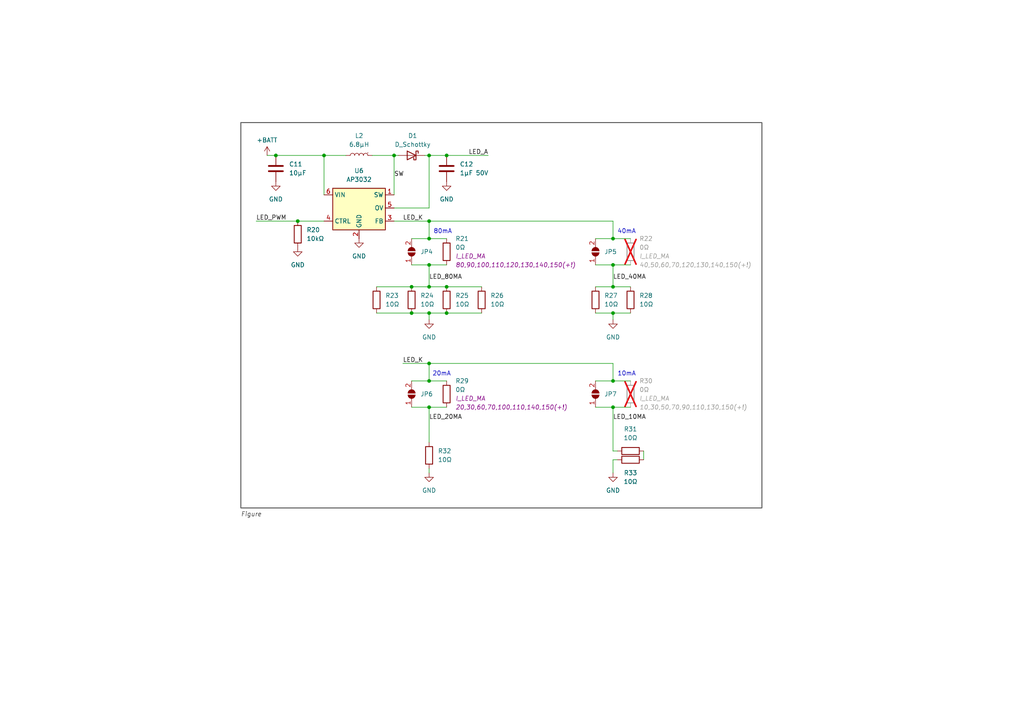
<source format=kicad_sch>
(kicad_sch (version 20231120) (generator "eeschema") (generator_version "8.0")
  (paper "A4")
  (title_block (title "KiVar Demo") (date "2024-07-11") (rev "0.3.0") (company "Author: Mark Hämmerling <dev@markh.de>") (comment 1 "https://github.com/markh-de/KiVar") (comment 4 "Maximum LED Backlight Drive Current Selection"))
  (lib_symbols
    (symbol "Device:C" (pin_numbers hide) (pin_names (offset 0.254))
      (property "Reference" "C" (at 0.635 2.54 0))
      (property "Value" "C" (at 0.635 -2.54 0))
      (symbol "C_0_1"
        (polyline (pts (xy -2.032 -0.762) (xy 2.032 -0.762)) (stroke (width 0.508)))
        (polyline (pts (xy -2.032 0.762) (xy 2.032 0.762)) (stroke (width 0.508)))
      )
      (symbol "C_1_1"
        (pin passive line (at 0 3.81 270) (length 2.794) (name "~") (number "1"))
        (pin passive line (at 0 -3.81 90) (length 2.794) (name "~") (number "2"))
      )
    )
    (symbol "Device:D_Schottky" (pin_numbers hide) (pin_names (offset 1.016) hide)
      (property "Reference" "D" (at 0 2.54 0))
      (property "Value" "D_Schottky" (at 0 -2.54 0))
      (symbol "D_Schottky_0_1"
        (polyline (pts (xy 1.27 0) (xy -1.27 0)))
        (polyline (pts (xy 1.27 1.27) (xy 1.27 -1.27) (xy -1.27 0) (xy 1.27 1.27)) (stroke (width 0.254)))
        (polyline (pts (xy -1.905 0.635) (xy -1.905 1.27) (xy -1.27 1.27) (xy -1.27 -1.27) (xy -0.635 -1.27) (xy -0.635 -0.635)) (stroke (width 0.254)))
      )
      (symbol "D_Schottky_1_1"
        (pin passive line (at -3.81 0 0) (length 2.54) (name "K") (number "1"))
        (pin passive line (at 3.81 0 180) (length 2.54) (name "A") (number "2"))
      )
    )
    (symbol "Device:R" (pin_numbers hide) (pin_names (offset 0))
      (property "Reference" "R" (at 2.032 0 90))
      (property "Value" "R" (at 0 0 90))
      (symbol "R_0_1"
        (rectangle (start -1.016 -2.54) (end 1.016 2.54) (stroke (width 0.254)))
      )
      (symbol "R_1_1"
        (pin passive line (at 0 3.81 270) (length 1.27) (name "~") (number "1"))
        (pin passive line (at 0 -3.81 90) (length 1.27) (name "~") (number "2"))
      )
    )
    (symbol "Jumper:SolderJumper_2_Open" (pin_names (offset 0) hide)
      (property "Reference" "JP" (at 0 2.032 0))
      (property "Value" "SolderJumper_2_Open" (at 0 -2.54 0))
      (symbol "SolderJumper_2_Open_0_1"
        (arc (start -0.254 1.016) (mid -1.2656 0) (end -0.254 -1.016))
        (arc (start -0.254 1.016) (mid -1.2656 0) (end -0.254 -1.016) (fill (type outline)))
        (polyline (pts (xy -0.254 1.016) (xy -0.254 -1.016)))
        (polyline (pts (xy 0.254 1.016) (xy 0.254 -1.016)))
        (arc (start 0.254 -1.016) (mid 1.2656 0) (end 0.254 1.016))
        (arc (start 0.254 -1.016) (mid 1.2656 0) (end 0.254 1.016) (fill (type outline)))
      )
      (symbol "SolderJumper_2_Open_1_1"
        (pin passive line (at -3.81 0 0) (length 2.54) (name "A") (number "1"))
        (pin passive line (at 3.81 0 180) (length 2.54) (name "B") (number "2"))
      )
    )
    (symbol "markh-de:AP3032"
      (property "Reference" "U" (at -7.62 6.985 0))
      (property "Value" "AP3032" (at 0 6.985 0))
      (symbol "AP3032_0_0"
        (pin input line (at 10.16 0 180) (length 2.54) (name "OV") (number "5"))
      )
      (symbol "AP3032_0_1"
        (rectangle (start -7.62 5.715) (end 7.62 -6.35) (stroke (width 0.254)) (fill (type background)))
      )
      (symbol "AP3032_1_1"
        (pin passive line (at 10.16 3.81 180) (length 2.54) (name "SW") (number "1"))
        (pin power_in line (at 0 -8.89 90) (length 2.54) (name "GND") (number "2"))
        (pin input line (at 10.16 -3.81 180) (length 2.54) (name "FB") (number "3"))
        (pin input line (at -10.16 -3.81 0) (length 2.54) (name "CTRL") (number "4"))
        (pin power_in line (at -10.16 3.81 0) (length 2.54) (name "VIN") (number "6"))
      )
    )
    (symbol "markh-de:L_with_SOW" (pin_numbers hide) (pin_names (offset 1.016) hide)
      (property "Reference" "L" (at -1.27 0 90))
      (property "Value" "L_with_SOW" (at 1.905 0 90))
      (symbol "L_with_SOW_0_1"
        (arc (start 0 -2.54) (mid 0.6323 -1.905) (end 0 -1.27))
        (arc (start 0 -1.27) (mid 0.6323 -0.635) (end 0 0))
        (arc (start 0 0) (mid 0.6323 0.635) (end 0 1.27))
        (arc (start 0 1.27) (mid 0.6323 1.905) (end 0 2.54))
        (circle (center 0.762 2.54) (radius 0.0508) (fill (type outline)))
      )
      (symbol "L_with_SOW_1_1"
        (pin passive line (at 0 3.81 270) (length 1.27) (name "1") (number "1"))
        (pin passive line (at 0 -3.81 90) (length 1.27) (name "2") (number "2"))
      )
    )
    (symbol "power:+BATT" (power) (pin_names (offset 0))
      (property "Value" "+BATT" (at 0 3.556 0))
      (symbol "+BATT_0_1"
        (polyline (pts (xy -0.762 1.27) (xy 0 2.54)))
        (polyline (pts (xy 0 0) (xy 0 2.54)))
        (polyline (pts (xy 0 2.54) (xy 0.762 1.27)))
      )
      (symbol "+BATT_1_1"
        (pin power_in line (at 0 0 90) (length 0) hide (name "+BATT") (number "1"))
      )
    )
    (symbol "power:GND" (power) (pin_names (offset 0))
      (property "Value" "GND" (at 0 -3.81 0))
      (symbol "GND_0_1"
        (polyline (pts (xy 0 0) (xy 0 -1.27) (xy 1.27 -1.27) (xy 0 -2.54) (xy -1.27 -1.27) (xy 0 -1.27)))
      )
      (symbol "GND_1_1"
        (pin power_in line (at 0 0 270) (length 0) hide (name "GND") (number "1"))
      )
    )
  )
  (junction (at 124.46 90.805))
  (junction (at 93.98 45.085))
  (junction (at 124.46 118.11))
  (junction (at 86.36 64.135))
  (junction (at 119.38 90.805))
  (junction (at 124.46 76.835))
  (junction (at 124.46 83.185))
  (junction (at 177.8 118.11))
  (junction (at 124.46 45.085))
  (junction (at 114.3 45.085))
  (junction (at 129.54 45.085))
  (junction (at 124.46 69.215))
  (junction (at 177.8 90.805))
  (junction (at 119.38 83.185))
  (junction (at 129.54 90.805))
  (junction (at 129.54 83.185))
  (junction (at 124.46 64.135))
  (junction (at 177.8 83.185))
  (junction (at 124.46 110.49))
  (junction (at 80.01 45.085))
  (junction (at 124.46 105.41))
  (junction (at 177.8 69.215))
  (junction (at 177.8 110.49))
  (junction (at 177.8 76.835))
  (wire (pts (xy 124.46 105.41) (xy 124.46 110.49)))
  (wire (pts (xy 177.8 69.215) (xy 182.88 69.215)))
  (wire (pts (xy 107.95 45.085) (xy 114.3 45.085)))
  (wire (pts (xy 172.72 90.805) (xy 177.8 90.805)))
  (wire (pts (xy 124.46 118.11) (xy 129.54 118.11)))
  (wire (pts (xy 93.98 45.085) (xy 100.33 45.085)))
  (wire (pts (xy 124.46 64.135) (xy 177.8 64.135)))
  (wire (pts (xy 86.36 64.135) (xy 93.98 64.135)))
  (wire (pts (xy 172.72 76.835) (xy 177.8 76.835)))
  (wire (pts (xy 119.38 83.185) (xy 124.46 83.185)))
  (wire (pts (xy 177.8 110.49) (xy 182.88 110.49)))
  (wire (pts (xy 123.19 45.085) (xy 124.46 45.085)))
  (wire (pts (xy 124.46 110.49) (xy 129.54 110.49)))
  (wire (pts (xy 109.22 90.805) (xy 119.38 90.805)))
  (wire (pts (xy 172.72 110.49) (xy 177.8 110.49)))
  (wire (pts (xy 177.8 130.81) (xy 179.07 130.81)))
  (wire (pts (xy 77.47 45.085) (xy 80.01 45.085)))
  (wire (pts (xy 186.69 130.81) (xy 186.69 133.35)))
  (wire (pts (xy 129.54 45.085) (xy 141.605 45.085)))
  (wire (pts (xy 124.46 90.805) (xy 129.54 90.805)))
  (wire (pts (xy 124.46 105.41) (xy 177.8 105.41)))
  (wire (pts (xy 114.3 64.135) (xy 124.46 64.135)))
  (wire (pts (xy 116.84 105.41) (xy 124.46 105.41)))
  (wire (pts (xy 80.01 45.085) (xy 93.98 45.085)))
  (wire (pts (xy 177.8 64.135) (xy 177.8 69.215)))
  (wire (pts (xy 124.46 76.835) (xy 129.54 76.835)))
  (wire (pts (xy 119.38 69.215) (xy 124.46 69.215)))
  (wire (pts (xy 124.46 60.325) (xy 124.46 45.085)))
  (wire (pts (xy 124.46 45.085) (xy 129.54 45.085)))
  (wire (pts (xy 172.72 118.11) (xy 177.8 118.11)))
  (wire (pts (xy 177.8 118.11) (xy 182.88 118.11)))
  (wire (pts (xy 172.72 69.215) (xy 177.8 69.215)))
  (wire (pts (xy 177.8 76.835) (xy 182.88 76.835)))
  (wire (pts (xy 124.46 90.805) (xy 124.46 92.71)))
  (wire (pts (xy 124.46 64.135) (xy 124.46 69.215)))
  (wire (pts (xy 119.38 90.805) (xy 124.46 90.805)))
  (wire (pts (xy 124.46 69.215) (xy 129.54 69.215)))
  (wire (pts (xy 74.295 64.135) (xy 86.36 64.135)))
  (wire (pts (xy 177.8 133.35) (xy 177.8 137.16)))
  (wire (pts (xy 114.3 60.325) (xy 124.46 60.325)))
  (wire (pts (xy 114.3 45.085) (xy 115.57 45.085)))
  (wire (pts (xy 172.72 83.185) (xy 177.8 83.185)))
  (wire (pts (xy 119.38 110.49) (xy 124.46 110.49)))
  (wire (pts (xy 177.8 83.185) (xy 182.88 83.185)))
  (wire (pts (xy 177.8 76.835) (xy 177.8 83.185)))
  (wire (pts (xy 119.38 118.11) (xy 124.46 118.11)))
  (wire (pts (xy 124.46 118.11) (xy 124.46 128.27)))
  (wire (pts (xy 124.46 83.185) (xy 129.54 83.185)))
  (wire (pts (xy 179.07 133.35) (xy 177.8 133.35)))
  (wire (pts (xy 177.8 105.41) (xy 177.8 110.49)))
  (wire (pts (xy 93.98 45.085) (xy 93.98 56.515)))
  (wire (pts (xy 109.22 83.185) (xy 119.38 83.185)))
  (wire (pts (xy 177.8 90.805) (xy 177.8 92.71)))
  (wire (pts (xy 124.46 76.835) (xy 124.46 83.185)))
  (wire (pts (xy 124.46 135.89) (xy 124.46 137.16)))
  (wire (pts (xy 129.54 83.185) (xy 139.7 83.185)))
  (wire (pts (xy 129.54 90.805) (xy 139.7 90.805)))
  (wire (pts (xy 119.38 76.835) (xy 124.46 76.835)))
  (wire (pts (xy 114.3 45.085) (xy 114.3 56.515)))
  (wire (pts (xy 177.8 90.805) (xy 182.88 90.805)))
  (wire (pts (xy 177.8 118.11) (xy 177.8 130.81)))
  (rectangle (start 69.85 35.56) (end 220.98 147.32) (stroke (width 0.254) (color 72 72 72 1)))
  (text "Figure" (at 69.85 148.59 0) (effects (font (size 1.27 1.27) (italic yes)) (justify left top)))
  (text "20mA" (at 130.81 109.22 0) (effects (font (size 1.27 1.27)) (justify right bottom)))
  (text "40mA" (at 179.07 67.945 0) (effects (font (size 1.27 1.27)) (justify left bottom)))
  (text "10mA" (at 179.07 109.22 0) (effects (font (size 1.27 1.27)) (justify left bottom)))
  (text "80mA" (at 125.73 67.945 0) (effects (font (size 1.27 1.27)) (justify left bottom)))
  (label "SW" (at 114.3 51.435 0))
  (label "LED_80MA" (at 124.46 81.28 0))
  (label "LED_PWM" (at 74.295 64.135 0))
  (label "LED_10MA" (at 177.8 121.92 0))
  (label "LED_40MA" (at 177.8 81.28 0))
  (label "LED_K" (at 116.84 64.135 0))
  (label "LED_A" (at 141.605 45.085 180))
  (label "LED_K" (at 116.84 105.41 0))
  (label "LED_20MA" (at 124.46 121.92 0))
  (symbol (lib_id "power:+BATT") (at 77.47 45.085 0) (unit 1)
    (property "Reference" "#PWR014" (effects (hide yes)))
    (property "Value" "+BATT" (at 77.47 40.64 0))
    (property "Description" "Power symbol creates a global label with name \"+BATT\"" (effects (hide yes)))
  )
  (symbol (lib_id "Device:D_Schottky") (at 119.38 45.085 0) (mirror y) (unit 1)
    (property "Reference" "D1" (at 119.6975 39.37 0))
    (property "Value" "D_Schottky" (at 119.6975 41.91 0))
    (property "Footprint" "Diode_SMD:D_0603_1608Metric" (effects (hide yes)))
  )
  (symbol (lib_id "Device:R") (at 129.54 114.3 0) (mirror x) (unit 1)
    (property "Reference" "R29" (at 132.08 110.4899 0) (effects (justify left)))
    (property "Value" "0Ω" (at 132.08 113.0299 0) (effects (justify left)))
    (property "Footprint" "Resistor_SMD:R_0402_1005Metric" (effects (hide yes)))
    (property "Var.Aspect" "I_LED_MA" (at 132.08 115.5699 0) (effects (font (italic yes)) (justify left)))
    (property "Var" "20,30,60,70,100,110,140,150(+!)" (at 132.08 118.1099 0) (effects (font (italic yes)) (justify left)))
  )
  (symbol (lib_id "Device:R") (at 109.22 86.995 0) (unit 1)
    (property "Reference" "R23" (at 111.76 85.7249 0) (effects (justify left)))
    (property "Value" "10Ω" (at 111.76 88.2649 0) (effects (justify left)))
    (property "Footprint" "Resistor_SMD:R_0402_1005Metric" (effects (hide yes)))
  )
  (symbol (lib_id "Device:R") (at 182.88 130.81 90) (unit 1)
    (property "Reference" "R31" (at 182.88 124.46 90))
    (property "Value" "10Ω" (at 182.88 127 90))
    (property "Footprint" "Resistor_SMD:R_0402_1005Metric" (effects (hide yes)))
  )
  (symbol (lib_id "Jumper:SolderJumper_2_Open") (at 119.38 73.025 90) (unit 1) (in_bom no)
    (property "Reference" "JP4" (at 121.92 73.0249 90) (effects (justify right)))
    (property "Value" "BT_CFG1_6" (effects (hide yes)))
    (property "Footprint" "Jumper:SolderJumper-2_P1.3mm_Open_RoundedPad1.0x1.5mm" (effects (hide yes)))
  )
  (symbol (lib_id "power:GND") (at 129.54 52.705 0) (unit 1)
    (property "Reference" "#PWR035" (effects (hide yes)))
    (property "Value" "GND" (at 129.54 57.785 0))
  )
  (symbol (lib_id "power:GND") (at 80.01 52.705 0) (unit 1)
    (property "Reference" "#PWR034" (effects (hide yes)))
    (property "Value" "GND" (at 80.01 57.785 0))
  )
  (symbol (lib_id "power:GND") (at 124.46 92.71 0) (unit 1)
    (property "Reference" "#PWR038" (effects (hide yes)))
    (property "Value" "GND" (at 124.46 97.79 0))
  )
  (symbol (lib_id "Device:R") (at 129.54 86.995 0) (unit 1)
    (property "Reference" "R25" (at 132.08 85.7249 0) (effects (justify left)))
    (property "Value" "10Ω" (at 132.08 88.2649 0) (effects (justify left)))
    (property "Footprint" "Resistor_SMD:R_0402_1005Metric" (effects (hide yes)))
  )
  (symbol (lib_id "Jumper:SolderJumper_2_Open") (at 119.38 114.3 90) (unit 1) (in_bom no)
    (property "Reference" "JP6" (at 121.92 114.2999 90) (effects (justify right)))
    (property "Value" "BT_CFG1_6" (effects (hide yes)))
    (property "Footprint" "Jumper:SolderJumper-2_P1.3mm_Open_RoundedPad1.0x1.5mm" (effects (hide yes)))
  )
  (symbol (lib_id "markh-de:AP3032") (at 104.14 60.325 0) (unit 1)
    (property "Reference" "U6" (at 104.14 49.53 0))
    (property "Value" "AP3032" (at 104.14 52.07 0))
    (property "Footprint" "Package_TO_SOT_SMD:SOT-23-6" (effects (hide yes)))
    (property "Datasheet" "${KIPRJMOD}/../doc/datasheet/diodes/AP3032.pdf" (effects (hide yes)))
  )
  (symbol (lib_id "Device:C") (at 129.54 48.895 0) (unit 1)
    (property "Reference" "C12" (at 133.35 47.6249 0) (effects (justify left)))
    (property "Value" "1µF 50V" (at 133.35 50.1649 0) (effects (justify left)))
    (property "Footprint" "Capacitor_SMD:C_1206_3216Metric" (effects (hide yes)))
  )
  (symbol (lib_id "power:GND") (at 86.36 71.755 0) (unit 1)
    (property "Reference" "#PWR037" (effects (hide yes)))
    (property "Value" "GND" (at 86.36 76.835 0))
  )
  (symbol (lib_id "Device:R") (at 129.54 73.025 0) (mirror x) (unit 1)
    (property "Reference" "R21" (at 132.08 69.2149 0) (effects (justify left)))
    (property "Value" "0Ω" (at 132.08 71.7549 0) (effects (justify left)))
    (property "Footprint" "Resistor_SMD:R_0402_1005Metric" (effects (hide yes)))
    (property "Var.Aspect" "I_LED_MA" (at 132.08 74.2949 0) (effects (font (italic yes)) (justify left)))
    (property "Var" "80,90,100,110,120,130,140,150(+!)" (at 132.08 76.8349 0) (effects (font (italic yes)) (justify left)))
    (property "VarID" "A" (effects (hide yes)))
    (property "VarID.Var" "10(1) 20(2) 30(3) 40(4) 50(5) 60(6) 70(7) 80(8) 90(9) 100(A) 110(B) 120(C) 130(D) 140(E) 150(F) JP(0)" (effects (hide yes)))
  )
  (symbol (lib_id "markh-de:L_with_SOW") (at 104.14 45.085 270) (mirror x) (unit 1)
    (property "Reference" "L2" (at 104.1654 39.37 90))
    (property "Value" "6.8µH" (at 104.1654 41.91 90))
    (property "Footprint" "Inductor_SMD:L_Wuerth_MAPI-3020" (effects (hide yes)))
  )
  (symbol (lib_id "Device:R") (at 124.46 132.08 0) (unit 1)
    (property "Reference" "R32" (at 127 130.8099 0) (effects (justify left)))
    (property "Value" "10Ω" (at 127 133.3499 0) (effects (justify left)))
    (property "Footprint" "Resistor_SMD:R_0402_1005Metric" (effects (hide yes)))
  )
  (symbol (lib_id "Device:R") (at 182.88 133.35 90) (unit 1)
    (property "Reference" "R33" (at 182.88 137.16 90))
    (property "Value" "10Ω" (at 182.88 139.7 90))
    (property "Footprint" "Resistor_SMD:R_0402_1005Metric" (effects (hide yes)))
  )
  (symbol (lib_id "power:GND") (at 177.8 92.71 0) (unit 1)
    (property "Reference" "#PWR039" (effects (hide yes)))
    (property "Value" "GND" (at 177.8 97.79 0))
  )
  (symbol (lib_id "Jumper:SolderJumper_2_Open") (at 172.72 73.025 90) (unit 1) (in_bom no)
    (property "Reference" "JP5" (at 175.26 73.0249 90) (effects (justify right)))
    (property "Value" "BT_CFG1_6" (effects (hide yes)))
    (property "Footprint" "Jumper:SolderJumper-2_P1.3mm_Open_RoundedPad1.0x1.5mm" (effects (hide yes)))
  )
  (symbol (lib_id "Device:R") (at 182.88 86.995 0) (unit 1)
    (property "Reference" "R28" (at 185.42 85.7249 0) (effects (justify left)))
    (property "Value" "10Ω" (at 185.42 88.2649 0) (effects (justify left)))
    (property "Footprint" "Resistor_SMD:R_0402_1005Metric" (effects (hide yes)))
  )
  (symbol (lib_id "Jumper:SolderJumper_2_Open") (at 172.72 114.3 90) (unit 1) (in_bom no)
    (property "Reference" "JP7" (at 175.26 114.2999 90) (effects (justify right)))
    (property "Value" "BT_CFG1_6" (effects (hide yes)))
    (property "Footprint" "Jumper:SolderJumper-2_P1.3mm_Open_RoundedPad1.0x1.5mm" (effects (hide yes)))
  )
  (symbol (lib_id "power:GND") (at 104.14 69.215 0) (unit 1)
    (property "Reference" "#PWR036" (effects (hide yes)))
    (property "Value" "GND" (at 104.14 74.295 0))
  )
  (symbol (lib_id "Device:R") (at 139.7 86.995 0) (unit 1)
    (property "Reference" "R26" (at 142.24 85.7249 0) (effects (justify left)))
    (property "Value" "10Ω" (at 142.24 88.2649 0) (effects (justify left)))
    (property "Footprint" "Resistor_SMD:R_0402_1005Metric" (effects (hide yes)))
  )
  (symbol (lib_id "Device:R") (at 119.38 86.995 0) (unit 1)
    (property "Reference" "R24" (at 121.92 85.7249 0) (effects (justify left)))
    (property "Value" "10Ω" (at 121.92 88.2649 0) (effects (justify left)))
    (property "Footprint" "Resistor_SMD:R_0402_1005Metric" (effects (hide yes)))
  )
  (symbol (lib_id "Device:R") (at 182.88 73.025 0) (mirror x) (unit 1) (in_bom no) (dnp yes)
    (property "Reference" "R22" (at 185.42 69.2149 0) (effects (justify left)))
    (property "Value" "0Ω" (at 185.42 71.7549 0) (effects (justify left)))
    (property "Footprint" "Resistor_SMD:R_0402_1005Metric" (effects (hide yes)))
    (property "Var.Aspect" "I_LED_MA" (at 185.42 74.2949 0) (effects (font (italic yes)) (justify left)))
    (property "Var" "40,50,60,70,120,130,140,150(+!)" (at 185.42 76.8349 0) (effects (font (italic yes)) (justify left)))
  )
  (symbol (lib_id "Device:C") (at 80.01 48.895 0) (unit 1)
    (property "Reference" "C11" (at 83.82 47.6249 0) (effects (justify left)))
    (property "Value" "10µF" (at 83.82 50.1649 0) (effects (justify left)))
    (property "Footprint" "Capacitor_SMD:C_1206_3216Metric" (effects (hide yes)))
  )
  (symbol (lib_id "power:GND") (at 124.46 137.16 0) (unit 1)
    (property "Reference" "#PWR040" (effects (hide yes)))
    (property "Value" "GND" (at 124.46 142.24 0))
  )
  (symbol (lib_id "Device:R") (at 182.88 114.3 0) (mirror x) (unit 1) (in_bom no) (dnp yes)
    (property "Reference" "R30" (at 185.42 110.4899 0) (effects (justify left)))
    (property "Value" "0Ω" (at 185.42 113.0299 0) (effects (justify left)))
    (property "Footprint" "Resistor_SMD:R_0402_1005Metric" (effects (hide yes)))
    (property "Var.Aspect" "I_LED_MA" (at 185.42 115.5699 0) (effects (font (italic yes)) (justify left)))
    (property "Var" "10,30,50,70,90,110,130,150(+!)" (at 185.42 118.1099 0) (effects (font (italic yes)) (justify left)))
  )
  (symbol (lib_id "Device:R") (at 86.36 67.945 0) (unit 1)
    (property "Reference" "R20" (at 88.9 66.6749 0) (effects (justify left)))
    (property "Value" "10kΩ" (at 88.9 69.2149 0) (effects (justify left)))
    (property "Footprint" "Resistor_SMD:R_0402_1005Metric" (effects (hide yes)))
  )
  (symbol (lib_id "Device:R") (at 172.72 86.995 0) (unit 1)
    (property "Reference" "R27" (at 175.26 85.7249 0) (effects (justify left)))
    (property "Value" "10Ω" (at 175.26 88.2649 0) (effects (justify left)))
    (property "Footprint" "Resistor_SMD:R_0402_1005Metric" (effects (hide yes)))
  )
  (symbol (lib_id "power:GND") (at 177.8 137.16 0) (unit 1)
    (property "Reference" "#PWR041" (effects (hide yes)))
    (property "Value" "GND" (at 177.8 142.24 0))
  )
)
</source>
